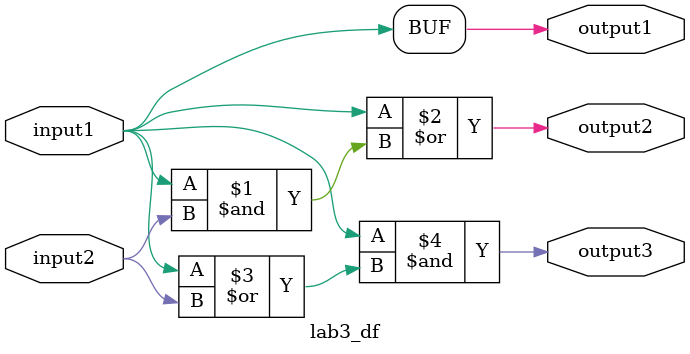
<source format=v>
`timescale 1ns / 1ps


module lab3_df(
    input input1,
    input input2,
    output output1,
    output output2,
    output output3
    );
    assign output1 = input1;
    assign output2 = input1 | (input1 & input2);
    assign output3 = input1 & (input1 | input2);
    
endmodule

</source>
